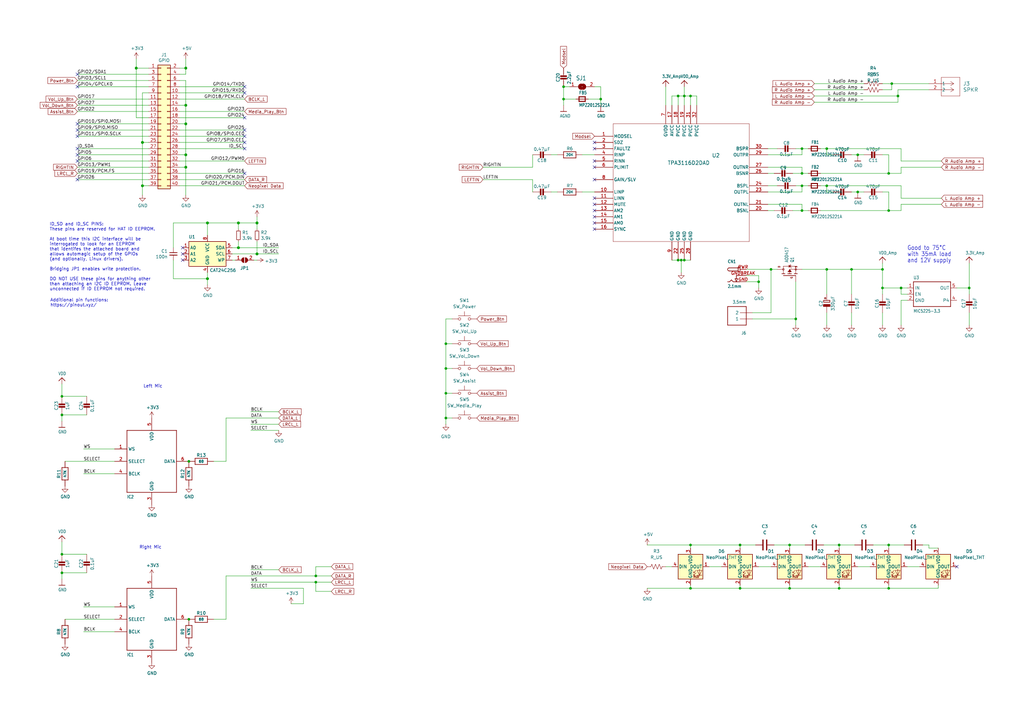
<source format=kicad_sch>
(kicad_sch (version 20231120) (generator "eeschema") (generator_version "8.0")
  (paper "A3")
  (title_block (date "15 nov 2012"))
  (junction (at 97.79 101.6) (diameter 1.016))
  (junction (at 364.49 223.52))
  (junction (at 76.2 27.94) (diameter 1.016))
  (junction (at 85.09 114.3) (diameter 1.016))
  (junction (at 129.54 238.76))
  (junction (at 25.4 234.95))
  (junction (at 76.2 43.18) (diameter 1.016))
  (junction (at 85.09 91.44) (diameter 1.016))
  (junction (at 25.4 170.18))
  (junction (at 77.47 189.23))
  (junction (at 182.88 140.97))
  (junction (at 311.15 115.57))
  (junction (at 326.39 130.81))
  (junction (at 351.79 63.5))
  (junction (at 364.49 241.3))
  (junction (at 344.17 223.52))
  (junction (at 105.41 91.44) (diameter 1.016))
  (junction (at 339.09 60.96))
  (junction (at 351.79 78.74))
  (junction (at 283.21 223.52))
  (junction (at 231.14 35.56))
  (junction (at 303.53 223.52))
  (junction (at 283.21 241.3))
  (junction (at 323.85 241.3))
  (junction (at 339.09 110.49))
  (junction (at 328.93 71.12))
  (junction (at 323.85 223.52))
  (junction (at 280.67 106.68))
  (junction (at 303.53 241.3))
  (junction (at 344.17 241.3))
  (junction (at 328.93 86.36))
  (junction (at 58.42 76.2) (diameter 1.016))
  (junction (at 278.13 106.68))
  (junction (at 369.57 118.11))
  (junction (at 58.42 58.42) (diameter 1.016))
  (junction (at 328.93 76.2))
  (junction (at 182.88 151.13))
  (junction (at 231.14 40.64))
  (junction (at 25.4 227.33))
  (junction (at 364.49 86.36))
  (junction (at 76.2 68.58) (diameter 1.016))
  (junction (at 368.3 39.37))
  (junction (at 182.88 171.45))
  (junction (at 77.47 254))
  (junction (at 182.88 161.29))
  (junction (at 283.21 39.37))
  (junction (at 365.76 34.29))
  (junction (at 316.23 110.49))
  (junction (at 76.2 63.5) (diameter 1.016))
  (junction (at 25.4 162.56))
  (junction (at 129.54 236.22))
  (junction (at 76.2 50.8) (diameter 1.016))
  (junction (at 328.93 60.96))
  (junction (at 349.25 110.49))
  (junction (at 105.41 104.14) (diameter 1.016))
  (junction (at 361.95 110.49))
  (junction (at 279.4 106.68))
  (junction (at 278.13 39.37))
  (junction (at 397.51 118.11))
  (junction (at 246.38 40.64))
  (junction (at 364.49 71.12))
  (junction (at 280.67 39.37))
  (junction (at 361.95 118.11))
  (junction (at 339.09 76.2))
  (junction (at 55.88 27.94) (diameter 1.016))
  (junction (at 97.79 91.44) (diameter 1.016))
  (no_connect (at 243.84 58.42))
  (no_connect (at 74.93 101.6))
  (no_connect (at 74.93 104.14))
  (no_connect (at 74.93 106.68))
  (no_connect (at 243.84 81.28))
  (no_connect (at 100.33 71.12))
  (no_connect (at 243.84 86.36))
  (no_connect (at 31.75 30.48))
  (no_connect (at 243.84 93.98))
  (no_connect (at 243.84 73.66))
  (no_connect (at 31.75 55.88))
  (no_connect (at 31.75 66.04))
  (no_connect (at 100.33 38.1))
  (no_connect (at 100.33 55.88))
  (no_connect (at 31.75 63.5))
  (no_connect (at 31.75 50.8))
  (no_connect (at 243.84 66.04))
  (no_connect (at 31.75 53.34))
  (no_connect (at 100.33 48.26))
  (no_connect (at 243.84 83.82))
  (no_connect (at 31.75 35.56))
  (no_connect (at 243.84 91.44))
  (no_connect (at 31.75 73.66))
  (no_connect (at 100.33 60.96))
  (no_connect (at 243.84 68.58))
  (no_connect (at 243.84 60.96))
  (no_connect (at 243.84 88.9))
  (no_connect (at 100.33 58.42))
  (no_connect (at 100.33 35.56))
  (no_connect (at 31.75 60.96))
  (no_connect (at 100.33 53.34))
  (no_connect (at 392.43 232.41))
  (wire (pts (xy 182.88 140.97) (xy 182.88 130.81)))
  (wire (pts (xy 361.95 128.27) (xy 361.95 133.35)) (stroke (width 0.1524)))
  (wire (pts (xy 58.42 58.42) (xy 58.42 76.2)))
  (wire (pts (xy 73.66 58.42) (xy 100.33 58.42)))
  (wire (pts (xy 369.57 76.2) (xy 369.57 81.28)) (stroke (width 0.1524)))
  (wire (pts (xy 369.57 123.19) (xy 369.57 133.35)) (stroke (width 0.1524)))
  (wire (pts (xy 25.4 170.18) (xy 35.56 170.18)) (stroke (width 0.1524)))
  (wire (pts (xy 369.57 68.58) (xy 386.08 68.58)) (stroke (width 0.1524)))
  (wire (pts (xy 316.23 110.49) (xy 316.23 128.27)) (stroke (width 0.1524)))
  (wire (pts (xy 331.47 232.41) (xy 336.55 232.41)))
  (wire (pts (xy 46.99 184.15) (xy 34.29 184.15)) (stroke (width 0.1524)))
  (wire (pts (xy 60.96 40.64) (xy 31.75 40.64)))
  (wire (pts (xy 328.93 76.2) (xy 328.93 78.74)) (stroke (width 0.1524)))
  (wire (pts (xy 85.09 91.44) (xy 97.79 91.44)))
  (wire (pts (xy 105.41 91.44) (xy 97.79 91.44)))
  (wire (pts (xy 105.41 93.98) (xy 105.41 91.44)))
  (wire (pts (xy 283.21 39.37) (xy 285.75 39.37)))
  (wire (pts (xy 314.96 83.82) (xy 328.93 83.82)))
  (wire (pts (xy 369.57 120.65) (xy 369.57 118.11)) (stroke (width 0.1524)))
  (wire (pts (xy 328.93 86.36) (xy 325.12 86.36)) (stroke (width 0.1524)))
  (wire (pts (xy 231.14 40.64) (xy 236.22 40.64)) (stroke (width 0.1524)))
  (wire (pts (xy 76.2 33.02) (xy 76.2 43.18)))
  (wire (pts (xy 76.2 50.8) (xy 73.66 50.8)))
  (wire (pts (xy 306.07 113.03) (xy 311.15 113.03)) (stroke (width 0.1524)))
  (wire (pts (xy 339.09 76.2) (xy 339.09 78.74)) (stroke (width 0.1524)))
  (wire (pts (xy 275.59 106.68) (xy 278.13 106.68)))
  (wire (pts (xy 114.3 168.91) (xy 102.87 168.91)) (stroke (width 0.1524)))
  (wire (pts (xy 76.2 63.5) (xy 76.2 68.58)))
  (wire (pts (xy 364.49 78.74) (xy 361.95 78.74)) (stroke (width 0.1524)))
  (wire (pts (xy 46.99 254) (xy 26.67 254)) (stroke (width 0.1524)))
  (wire (pts (xy 311.15 232.41) (xy 316.23 232.41)))
  (wire (pts (xy 339.09 63.5) (xy 341.63 63.5)) (stroke (width 0.1524)))
  (wire (pts (xy 25.4 170.18) (xy 25.4 172.72)) (stroke (width 0.1524)))
  (wire (pts (xy 364.49 86.36) (xy 369.57 86.36)) (stroke (width 0.1524)))
  (wire (pts (xy 283.21 241.3) (xy 303.53 241.3)))
  (wire (pts (xy 364.49 86.36) (xy 364.49 78.74)) (stroke (width 0.1524)))
  (wire (pts (xy 336.55 76.2) (xy 339.09 76.2)) (stroke (width 0.1524)))
  (wire (pts (xy 102.87 238.76) (xy 129.54 238.76)) (stroke (width 0.1524)))
  (wire (pts (xy 314.96 68.58) (xy 328.93 68.58)))
  (wire (pts (xy 323.85 241.3) (xy 323.85 240.03)))
  (wire (pts (xy 135.89 232.41) (xy 129.54 232.41)))
  (wire (pts (xy 344.17 241.3) (xy 344.17 240.03)))
  (wire (pts (xy 76.2 50.8) (xy 76.2 63.5)))
  (wire (pts (xy 337.82 223.52) (xy 344.17 223.52)))
  (wire (pts (xy 334.01 39.37) (xy 368.3 39.37)))
  (wire (pts (xy 365.76 34.29) (xy 381 34.29)))
  (wire (pts (xy 372.11 123.19) (xy 369.57 123.19)) (stroke (width 0.1524)))
  (wire (pts (xy 73.66 35.56) (xy 100.33 35.56)))
  (wire (pts (xy 372.11 232.41) (xy 377.19 232.41)))
  (wire (pts (xy 58.42 38.1) (xy 58.42 58.42)))
  (wire (pts (xy 95.25 101.6) (xy 97.79 101.6)))
  (wire (pts (xy 97.79 101.6) (xy 114.3 101.6)))
  (wire (pts (xy 124.46 241.3) (xy 102.87 241.3)) (stroke (width 0.1524)))
  (wire (pts (xy 316.23 110.49) (xy 318.77 110.49)) (stroke (width 0.1524)))
  (wire (pts (xy 311.15 113.03) (xy 311.15 115.57)) (stroke (width 0.1524)))
  (wire (pts (xy 58.42 38.1) (xy 60.96 38.1)))
  (wire (pts (xy 339.09 76.2) (xy 369.57 76.2)) (stroke (width 0.1524)))
  (wire (pts (xy 95.25 106.68) (xy 96.52 106.68)))
  (wire (pts (xy 104.14 106.68) (xy 105.41 106.68)))
  (wire (pts (xy 364.49 63.5) (xy 361.95 63.5)) (stroke (width 0.1524)))
  (wire (pts (xy 73.66 55.88) (xy 100.33 55.88)))
  (wire (pts (xy 92.71 189.23) (xy 92.71 171.45)) (stroke (width 0.1524)))
  (wire (pts (xy 323.85 241.3) (xy 344.17 241.3)))
  (wire (pts (xy 60.96 60.96) (xy 31.75 60.96)))
  (wire (pts (xy 364.49 71.12) (xy 369.57 71.12)) (stroke (width 0.1524)))
  (wire (pts (xy 365.76 36.83) (xy 365.76 34.29)))
  (wire (pts (xy 306.07 110.49) (xy 316.23 110.49)) (stroke (width 0.1524)))
  (wire (pts (xy 317.5 223.52) (xy 323.85 223.52)))
  (wire (pts (xy 31.75 63.5) (xy 60.96 63.5)))
  (wire (pts (xy 308.61 128.27) (xy 316.23 128.27)) (stroke (width 0.1524)))
  (wire (pts (xy 46.99 189.23) (xy 26.67 189.23)) (stroke (width 0.1524)))
  (wire (pts (xy 129.54 236.22) (xy 92.71 236.22)) (stroke (width 0.1524)))
  (wire (pts (xy 326.39 130.81) (xy 326.39 133.35)) (stroke (width 0.1524)))
  (wire (pts (xy 129.54 238.76) (xy 135.89 238.76)) (stroke (width 0.1524)))
  (wire (pts (xy 290.83 232.41) (xy 295.91 232.41)))
  (wire (pts (xy 381 36.83) (xy 368.3 36.83)))
  (wire (pts (xy 339.09 78.74) (xy 341.63 78.74)) (stroke (width 0.1524)))
  (wire (pts (xy 369.57 81.28) (xy 386.08 81.28)) (stroke (width 0.1524)))
  (wire (pts (xy 361.95 118.11) (xy 369.57 118.11)) (stroke (width 0.1524)))
  (wire (pts (xy 58.42 58.42) (xy 60.96 58.42)))
  (wire (pts (xy 105.41 88.9) (xy 105.41 91.44)))
  (wire (pts (xy 283.21 241.3) (xy 283.21 240.03)))
  (wire (pts (xy 328.93 71.12) (xy 325.12 71.12)) (stroke (width 0.1524)))
  (wire (pts (xy 102.87 173.99) (xy 114.3 173.99)) (stroke (width 0.1524)))
  (wire (pts (xy 397.51 128.27) (xy 397.51 133.35)) (stroke (width 0.1524)))
  (wire (pts (xy 344.17 241.3) (xy 364.49 241.3)))
  (wire (pts (xy 328.93 110.49) (xy 339.09 110.49)) (stroke (width 0.1524)))
  (wire (pts (xy 368.3 41.91) (xy 368.3 39.37)))
  (wire (pts (xy 344.17 224.79) (xy 344.17 223.52)))
  (wire (pts (xy 246.38 35.56) (xy 246.38 40.64)) (stroke (width 0.1524)))
  (wire (pts (xy 285.75 39.37) (xy 285.75 43.18)))
  (wire (pts (xy 73.66 45.72) (xy 100.33 45.72)))
  (wire (pts (xy 85.09 91.44) (xy 85.09 96.52)))
  (wire (pts (xy 311.15 115.57) (xy 311.15 118.11)) (stroke (width 0.1524)))
  (wire (pts (xy 369.57 60.96) (xy 369.57 66.04)) (stroke (width 0.1524)))
  (wire (pts (xy 275.59 43.18) (xy 275.59 39.37)))
  (wire (pts (xy 369.57 83.82) (xy 386.08 83.82)) (stroke (width 0.1524)))
  (wire (pts (xy 328.93 83.82) (xy 328.93 86.36)))
  (wire (pts (xy 364.49 223.52) (xy 370.84 223.52)))
  (wire (pts (xy 336.55 60.96) (xy 339.09 60.96)) (stroke (width 0.1524)))
  (wire (pts (xy 233.68 35.56) (xy 231.14 35.56)) (stroke (width 0.1524)))
  (wire (pts (xy 73.66 76.2) (xy 100.33 76.2)))
  (wire (pts (xy 58.42 76.2) (xy 58.42 80.01)))
  (wire (pts (xy 31.75 43.18) (xy 60.96 43.18)))
  (wire (pts (xy 105.41 99.06) (xy 105.41 104.14)))
  (wire (pts (xy 339.09 110.49) (xy 339.09 120.65)) (stroke (width 0.1524)))
  (wire (pts (xy 361.95 34.29) (xy 365.76 34.29)))
  (wire (pts (xy 55.88 24.13) (xy 55.88 27.94)))
  (wire (pts (xy 279.4 106.68) (xy 278.13 106.68)))
  (wire (pts (xy 198.12 68.58) (xy 218.44 68.58)))
  (wire (pts (xy 381 224.79) (xy 384.81 224.79)))
  (wire (pts (xy 364.49 241.3) (xy 384.81 241.3)))
  (wire (pts (xy 283.21 106.68) (xy 280.67 106.68)))
  (wire (pts (xy 358.14 223.52) (xy 364.49 223.52)))
  (wire (pts (xy 182.88 151.13) (xy 182.88 140.97)))
  (wire (pts (xy 334.01 41.91) (xy 368.3 41.91)))
  (wire (pts (xy 278.13 39.37) (xy 278.13 43.18)))
  (wire (pts (xy 76.2 68.58) (xy 73.66 68.58)))
  (wire (pts (xy 369.57 66.04) (xy 386.08 66.04)) (stroke (width 0.1524)))
  (wire (pts (xy 344.17 223.52) (xy 350.52 223.52)))
  (wire (pts (xy 369.57 86.36) (xy 369.57 83.82)) (stroke (width 0.1524)))
  (wire (pts (xy 31.75 33.02) (xy 60.96 33.02)))
  (wire (pts (xy 334.01 34.29) (xy 354.33 34.29)))
  (wire (pts (xy 273.05 232.41) (xy 275.59 232.41)))
  (wire (pts (xy 114.3 233.68) (xy 102.87 233.68)) (stroke (width 0.1524)))
  (wire (pts (xy 31.75 55.88) (xy 60.96 55.88)))
  (wire (pts (xy 280.67 39.37) (xy 283.21 39.37)))
  (wire (pts (xy 35.56 162.56) (xy 25.4 162.56)) (stroke (width 0.1524)))
  (wire (pts (xy 34.29 259.08) (xy 46.99 259.08)) (stroke (width 0.1524)))
  (wire (pts (xy 55.88 48.26) (xy 60.96 48.26)))
  (wire (pts (xy 283.21 39.37) (xy 283.21 43.18)))
  (wire (pts (xy 265.43 223.52) (xy 283.21 223.52)))
  (wire (pts (xy 60.96 30.48) (xy 31.75 30.48)))
  (wire (pts (xy 87.63 254) (xy 92.71 254)) (stroke (width 0.1524)))
  (wire (pts (xy 119.38 247.65) (xy 124.46 247.65)) (stroke (width 0.1524)))
  (wire (pts (xy 280.67 39.37) (xy 280.67 35.56)))
  (wire (pts (xy 114.3 171.45) (xy 92.71 171.45)) (stroke (width 0.1524)))
  (wire (pts (xy 76.2 27.94) (xy 76.2 30.48)))
  (wire (pts (xy 364.49 71.12) (xy 364.49 63.5)) (stroke (width 0.1524)))
  (wire (pts (xy 361.95 36.83) (xy 365.76 36.83)))
  (wire (pts (xy 243.84 35.56) (xy 246.38 35.56)) (stroke (width 0.1524)))
  (wire (pts (xy 328.93 60.96) (xy 331.47 60.96)) (stroke (width 0.1524)))
  (wire (pts (xy 76.2 43.18) (xy 76.2 50.8)))
  (wire (pts (xy 46.99 248.92) (xy 34.29 248.92)) (stroke (width 0.1524)))
  (wire (pts (xy 275.59 39.37) (xy 278.13 39.37)))
  (wire (pts (xy 369.57 71.12) (xy 369.57 68.58)) (stroke (width 0.1524)))
  (wire (pts (xy 238.76 78.74) (xy 243.84 78.74)) (stroke (width 0.1524)))
  (wire (pts (xy 73.66 40.64) (xy 100.33 40.64)))
  (wire (pts (xy 334.01 36.83) (xy 354.33 36.83)))
  (wire (pts (xy 76.2 43.18) (xy 73.66 43.18)))
  (wire (pts (xy 328.93 60.96) (xy 328.93 63.5)) (stroke (width 0.1524)))
  (wire (pts (xy 135.89 242.57) (xy 129.54 242.57)))
  (wire (pts (xy 323.85 224.79) (xy 323.85 223.52)))
  (wire (pts (xy 76.2 24.13) (xy 76.2 27.94)))
  (wire (pts (xy 339.09 60.96) (xy 369.57 60.96)) (stroke (width 0.1524)))
  (wire (pts (xy 31.75 35.56) (xy 60.96 35.56)))
  (wire (pts (xy 97.79 91.44) (xy 97.79 93.98)))
  (wire (pts (xy 182.88 171.45) (xy 182.88 161.29)))
  (wire (pts (xy 381 223.52) (xy 378.46 223.52)))
  (wire (pts (xy 76.2 27.94) (xy 73.66 27.94)))
  (wire (pts (xy 55.88 27.94) (xy 55.88 48.26)))
  (wire (pts (xy 283.21 223.52) (xy 303.53 223.52)))
  (wire (pts (xy 182.88 151.13) (xy 185.42 151.13)))
  (wire (pts (xy 25.4 234.95) (xy 25.4 237.49)) (stroke (width 0.1524)))
  (wire (pts (xy 73.66 48.26) (xy 100.33 48.26)))
  (wire (pts (xy 73.66 38.1) (xy 100.33 38.1)))
  (wire (pts (xy 182.88 161.29) (xy 182.88 151.13)))
  (wire (pts (xy 283.21 224.79) (xy 283.21 223.52)))
  (wire (pts (xy 231.14 40.64) (xy 231.14 43.18)) (stroke (width 0.1524)))
  (wire (pts (xy 97.79 99.06) (xy 97.79 101.6)))
  (wire (pts (xy 95.25 104.14) (xy 105.41 104.14)))
  (wire (pts (xy 105.41 104.14) (xy 114.3 104.14)))
  (wire (pts (xy 384.81 241.3) (xy 384.81 240.03)))
  (wire (pts (xy 349.25 110.49) (xy 349.25 120.65)) (stroke (width 0.1524)))
  (wire (pts (xy 361.95 107.95) (xy 361.95 110.49)) (stroke (width 0.1524)))
  (wire (pts (xy 182.88 140.97) (xy 185.42 140.97)))
  (wire (pts (xy 31.75 45.72) (xy 60.96 45.72)))
  (wire (pts (xy 92.71 254) (xy 92.71 236.22)) (stroke (width 0.1524)))
  (wire (pts (xy 129.54 242.57) (xy 129.54 238.76)))
  (wire (pts (xy 31.75 53.34) (xy 60.96 53.34)))
  (wire (pts (xy 336.55 71.12) (xy 364.49 71.12)) (stroke (width 0.1524)))
  (wire (pts (xy 323.85 223.52) (xy 330.2 223.52)))
  (wire (pts (xy 339.09 60.96) (xy 339.09 63.5)) (stroke (width 0.1524)))
  (wire (pts (xy 349.25 78.74) (xy 351.79 78.74)) (stroke (width 0.1524)))
  (wire (pts (xy 349.25 128.27) (xy 349.25 133.35)) (stroke (width 0.1524)))
  (wire (pts (xy 336.55 86.36) (xy 364.49 86.36)) (stroke (width 0.1524)))
  (wire (pts (xy 339.09 110.49) (xy 349.25 110.49)) (stroke (width 0.1524)))
  (wire (pts (xy 25.4 234.95) (xy 35.56 234.95)) (stroke (width 0.1524)))
  (wire (pts (xy 397.51 118.11) (xy 397.51 120.65)) (stroke (width 0.1524)))
  (wire (pts (xy 31.75 66.04) (xy 60.96 66.04)))
  (wire (pts (xy 392.43 118.11) (xy 397.51 118.11)) (stroke (width 0.1524)))
  (wire (pts (xy 314.96 76.2) (xy 318.77 76.2)))
  (wire (pts (xy 76.2 30.48) (xy 73.66 30.48)))
  (wire (pts (xy 185.42 171.45) (xy 182.88 171.45)))
  (wire (pts (xy 317.5 86.36) (xy 314.96 86.36)))
  (wire (pts (xy 228.6 63.5) (xy 226.06 63.5)) (stroke (width 0.1524)))
  (wire (pts (xy 397.51 118.11) (xy 397.51 107.95)) (stroke (width 0.1524)))
  (wire (pts (xy 303.53 241.3) (xy 303.53 240.03)))
  (wire (pts (xy 361.95 110.49) (xy 361.95 118.11)) (stroke (width 0.1524)))
  (wire (pts (xy 349.25 110.49) (xy 361.95 110.49)) (stroke (width 0.1524)))
  (wire (pts (xy 218.44 73.66) (xy 218.44 78.74)))
  (wire (pts (xy 31.75 71.12) (xy 60.96 71.12)))
  (wire (pts (xy 25.4 157.48) (xy 25.4 162.56)) (stroke (width 0.1524)))
  (wire (pts (xy 73.66 71.12) (xy 100.33 71.12)))
  (wire (pts (xy 351.79 232.41) (xy 356.87 232.41)))
  (wire (pts (xy 351.79 63.5) (xy 354.33 63.5)) (stroke (width 0.1524)))
  (wire (pts (xy 87.63 189.23) (xy 92.71 189.23)) (stroke (width 0.1524)))
  (wire (pts (xy 34.29 194.31) (xy 46.99 194.31)) (stroke (width 0.1524)))
  (wire (pts (xy 73.66 66.04) (xy 100.33 66.04)))
  (wire (pts (xy 368.3 36.83) (xy 368.3 39.37)))
  (wire (pts (xy 58.42 76.2) (xy 60.96 76.2)))
  (wire (pts (xy 278.13 39.37) (xy 280.67 39.37)))
  (wire (pts (xy 372.11 120.65) (xy 369.57 120.65)) (stroke (width 0.1524)))
  (wire (pts (xy 73.66 73.66) (xy 100.33 73.66)))
  (wire (pts (xy 317.5 71.12) (xy 314.96 71.12)))
  (wire (pts (xy 228.6 78.74) (xy 226.06 78.74)) (stroke (width 0.1524)))
  (wire (pts (xy 76.2 33.02) (xy 73.66 33.02)))
  (wire (pts (xy 314.96 63.5) (xy 328.93 63.5)))
  (wire (pts (xy 241.3 40.64) (xy 246.38 40.64)) (stroke (width 0.1524)))
  (wire (pts (xy 31.75 73.66) (xy 60.96 73.66)))
  (wire (pts (xy 328.93 76.2) (xy 331.47 76.2)) (stroke (width 0.1524)))
  (wire (pts (xy 265.43 241.3) (xy 283.21 241.3)))
  (wire (pts (xy 25.4 222.25) (xy 25.4 227.33)) (stroke (width 0.1524)))
  (wire (pts (xy 339.09 128.27) (xy 339.09 133.35)) (stroke (width 0.1524)))
  (wire (pts (xy 279.4 106.68) (xy 279.4 111.76)))
  (wire (pts (xy 246.38 40.64) (xy 246.38 43.18)) (stroke (width 0.1524)))
  (wire (pts (xy 231.14 35.56) (xy 231.14 40.64)) (stroke (width 0.1524)))
  (wire (pts (xy 361.95 118.11) (xy 361.95 120.65)) (stroke (width 0.1524)))
  (wire (pts (xy 198.12 73.66) (xy 218.44 73.66)))
  (wire (pts (xy 328.93 86.36) (xy 331.47 86.36)) (stroke (width 0.1524)))
  (wire (pts (xy 182.88 130.81) (xy 185.42 130.81)))
  (wire (pts (xy 328.93 68.58) (xy 328.93 71.12)))
  (wire (pts (xy 306.07 115.57) (xy 311.15 115.57)) (stroke (width 0.1524)))
  (wire (pts (xy 71.12 91.44) (xy 71.12 101.6)))
  (wire (pts (xy 71.12 106.68) (xy 71.12 114.3)))
  (wire (pts (xy 71.12 114.3) (xy 85.09 114.3)))
  (wire (pts (xy 85.09 91.44) (xy 71.12 91.44)))
  (wire (pts (xy 328.93 71.12) (xy 331.47 71.12)) (stroke (width 0.1524)))
  (wire (pts (xy 182.88 161.29) (xy 185.42 161.29)))
  (wire (pts (xy 85.09 111.76) (xy 85.09 114.3)))
  (wire (pts (xy 85.09 114.3) (xy 85.09 116.84)))
  (wire (pts (xy 326.39 130.81) (xy 326.39 115.57)) (stroke (width 0.1524)))
  (wire (pts (xy 303.53 223.52) (xy 309.88 223.52)))
  (wire (pts (xy 364.49 241.3) (xy 364.49 240.03)))
  (wire (pts (xy 328.93 76.2) (xy 326.39 76.2)) (stroke (width 0.1524)))
  (wire (pts (xy 314.96 60.96) (xy 318.77 60.96)))
  (wire (pts (xy 328.93 60.96) (xy 326.39 60.96)) (stroke (width 0.1524)))
  (wire (pts (xy 76.2 68.58) (xy 76.2 80.01)))
  (wire (pts (xy 73.66 53.34) (xy 100.33 53.34)))
  (wire (pts (xy 314.96 78.74) (xy 328.93 78.74)))
  (wire (pts (xy 60.96 68.58) (xy 31.75 68.58)))
  (wire (pts (xy 280.67 39.37) (xy 280.67 43.18)))
  (wire (pts (xy 124.46 247.65) (xy 124.46 241.3)) (stroke (width 0.1524)))
  (wire (pts (xy 129.54 232.41) (xy 129.54 236.22)))
  (wire (pts (xy 381 224.79) (xy 381 223.52)))
  (wire (pts (xy 76.2 63.5) (xy 73.66 63.5)))
  (wire (pts (xy 351.79 78.74) (xy 354.33 78.74)) (stroke (width 0.1524)))
  (wire (pts (xy 308.61 130.81) (xy 326.39 130.81)) (stroke (width 0.1524)))
  (wire (pts (xy 238.76 63.5) (xy 243.84 63.5)) (stroke (width 0.1524)))
  (wire (pts (xy 273.05 35.56) (xy 273.05 43.18)))
  (wire (pts (xy 55.88 27.94) (xy 60.96 27.94)))
  (wire (pts (xy 218.44 68.58) (xy 218.44 63.5)))
  (wire (pts (xy 303.53 224.79) (xy 303.53 223.52)))
  (wire (pts (xy 303.53 241.3) (xy 323.85 241.3)))
  (wire (pts (xy 35.56 227.33) (xy 25.4 227.33)) (stroke (width 0.1524)))
  (wire (pts (xy 369.57 118.11) (xy 372.11 118.11)) (stroke (width 0.1524)))
  (wire (pts (xy 349.25 63.5) (xy 351.79 63.5)) (stroke (width 0.1524)))
  (wire (pts (xy 280.67 106.68) (xy 279.4 106.68)))
  (wire (pts (xy 60.96 50.8) (xy 31.75 50.8)))
  (wire (pts (xy 73.66 60.96) (xy 100.33 60.96)))
  (wire (pts (xy 135.89 236.22) (xy 129.54 236.22)) (stroke (width 0.1524)))
  (wire (pts (xy 114.3 176.53) (xy 102.87 176.53)) (stroke (width 0.1524)))
  (wire (pts (xy 182.88 171.45) (xy 182.88 173.99)))
  (wire (pts (xy 364.49 224.79) (xy 364.49 223.52)))
  (text "Good to 75°C" (at 372.11 102.87 0) (effects (font (size 1.778 1.5113)) (justify left bottom)))
  (text "with 35mA load" (at 372.11 105.41 0) (effects (font (size 1.778 1.5113)) (justify left bottom)))
  (text "Additional pin functions:\nhttps://pinout.xyz/" (at 20.574 125.984 0) (effects (font (size 1.27 1.27)) (justify left bottom)))
  (text "ID_SD and ID_SC PINS:\nThese pins are reserved for HAT ID EEPROM.\n\nAt boot time this I2C interface will be\ninterrogated to look for an EEPROM\nthat identifes the attached board and\nallows automagic setup of the GPIOs\n(and optionally, Linux drivers).\n\nBridging JP1 enables write protection.\n\nDO NOT USE these pins for anything other\nthan attaching an I2C ID EEPROM. Leave\nunconnected if ID EEPROM not required." (at 20.32 119.38 0) (effects (font (size 1.27 1.27)) (justify left bottom)))
  (text "Left Mic" (at 62.738 158.496 0) (effects (font (size 1.27 1.27))))
  (text "and 12V supply" (at 372.11 107.95 0) (effects (font (size 1.778 1.5113)) (justify left bottom)))
  (text "Right Mic" (at 61.722 224.536 0) (effects (font (size 1.27 1.27))))
  (label "ID_SDA" (at 31.75 60.96 0))
  (label "GPIO6" (at 31.75 66.04 0))
  (label "SELECT" (at 102.87 176.53 0) (effects (font (size 1.2446 1.2446))))
  (label "ID_SDA" (at 114.3 101.6 180))
  (label "SELECT" (at 34.29 254 0) (effects (font (size 1.2446 1.2446))))
  (label "ID_SCL" (at 100.33 60.96 180))
  (label "GPIO5" (at 31.75 63.5 0))
  (label "GPIO21{slash}PCM.DOUT" (at 100.33 76.2 180))
  (label "BCLK" (at 102.87 233.68 0) (effects (font (size 1.2446 1.2446))))
  (label "GPIO19{slash}PCM.FS" (at 31.75 71.12 0))
  (label "GPIO10{slash}SPI0.MOSI" (at 31.75 50.8 0))
  (label "GPIO9{slash}SPI0.MISO" (at 31.75 53.34 0))
  (label "L Audio Amp -" (at 354.33 39.37 180))
  (label "GPIO23" (at 100.33 45.72 180))
  (label "GPIO4{slash}GPCLK0" (at 31.75 35.56 0))
  (label "GPIO27" (at 31.75 43.18 0))
  (label "GPIO26" (at 31.75 73.66 0))
  (label "RIGHTIN" (at 198.12 68.58 0) (effects (font (size 1.2446 1.2446))))
  (label "BCLK" (at 34.29 259.08 0) (effects (font (size 1.2446 1.2446))))
  (label "GPIO14{slash}TXD0" (at 100.33 35.56 180))
  (label "GPIO8{slash}SPI0.CE0" (at 100.33 55.88 180))
  (label "GPIO15{slash}RXD0" (at 100.33 38.1 180))
  (label "GPIO16" (at 100.33 71.12 180))
  (label "DATA" (at 102.87 171.45 0) (effects (font (size 1.2446 1.2446))))
  (label "DATA" (at 102.87 236.22 0) (effects (font (size 1.2446 1.2446))))
  (label "SELECT" (at 102.87 241.3 0) (effects (font (size 1.2446 1.2446))))
  (label "GPIO22" (at 31.75 45.72 0))
  (label "WS" (at 102.87 173.99 0) (effects (font (size 1.2446 1.2446))))
  (label "L Audio Amp +" (at 354.33 34.29 180))
  (label "BCLK" (at 34.29 194.31 0) (effects (font (size 1.2446 1.2446))))
  (label "GPIO2{slash}SDA1" (at 31.75 30.48 0))
  (label "GPIO17" (at 31.75 40.64 0))
  (label "BCLK" (at 102.87 168.91 0) (effects (font (size 1.2446 1.2446))))
  (label "GPIO25" (at 100.33 53.34 180))
  (label "R Audio Amp +" (at 354.33 36.83 180))
  (label "GPIO3{slash}SCL1" (at 31.75 33.02 0))
  (label "SELECT" (at 34.29 189.23 0) (effects (font (size 1.2446 1.2446))))
  (label "GPIO18{slash}PCM.CLK" (at 100.33 40.64 180))
  (label "LEFTIN" (at 198.12 73.66 0) (effects (font (size 1.2446 1.2446))))
  (label "GPIO12{slash}PWM0" (at 100.33 66.04 180))
  (label "WS" (at 34.29 248.92 0) (effects (font (size 1.2446 1.2446))))
  (label "GPIO13{slash}PWM1" (at 31.75 68.58 0))
  (label "GPIO20{slash}PCM.DIN" (at 100.33 73.66 180))
  (label "GPIO24" (at 100.33 48.26 180))
  (label "GPIO7{slash}SPI0.CE1" (at 100.33 58.42 180))
  (label "ID_SCL" (at 114.3 104.14 180))
  (label "WS" (at 34.29 184.15 0) (effects (font (size 1.2446 1.2446))))
  (label "WS" (at 102.87 238.76 0) (effects (font (size 1.2446 1.2446))))
  (label "R Audio Amp -" (at 354.33 41.91 180))
  (label "GPIO11{slash}SPI0.SCLK" (at 31.75 55.88 0))
  (global_label "Modsel" (shape input) (at 231.14 27.94 90) (property "Intersheetrefs" "${INTERSHEET_REFS}" (effects (hide yes))))
  (global_label "Assist_Btn" (shape input) (at 31.75 45.72 180) (property "Intersheetrefs" "${INTERSHEET_REFS}" (effects (hide yes))))
  (global_label "BCLK_L" (shape input) (at 114.3 233.68 0) (property "Intersheetrefs" "${INTERSHEET_REFS}" (effects (hide yes))))
  (global_label "R Audio Amp +" (shape input) (at 334.01 36.83 180) (property "Intersheetrefs" "${INTERSHEET_REFS}" (effects (hide yes))))
  (global_label "Media_Play_Btn" (shape input) (at 100.33 45.72 0) (property "Intersheetrefs" "${INTERSHEET_REFS}" (effects (hide yes))))
  (global_label "RIGHTIN" (shape input) (at 198.12 68.58 180) (property "Intersheetrefs" "${INTERSHEET_REFS}" (effects (hide yes))))
  (global_label "Power_Btn" (shape input) (at 31.75 33.02 180) (property "Intersheetrefs" "${INTERSHEET_REFS}" (effects (hide yes))))
  (global_label "Vol_Up_Btn" (shape input) (at 195.58 140.97 0) (property "Intersheetrefs" "${INTERSHEET_REFS}" (effects (hide yes))))
  (global_label "R Audio Amp -" (shape input) (at 334.01 41.91 180) (property "Intersheetrefs" "${INTERSHEET_REFS}" (effects (hide yes))))
  (global_label "LRCL_L" (shape input) (at 114.3 173.99 0) (property "Intersheetrefs" "${INTERSHEET_REFS}" (effects (hide yes))))
  (global_label "L Audio Amp -" (shape input) (at 386.08 83.82 0) (property "Intersheetrefs" "${INTERSHEET_REFS}" (effects (hide yes))))
  (global_label "L Audio Amp -" (shape input) (at 334.01 39.37 180) (property "Intersheetrefs" "${INTERSHEET_REFS}" (effects (hide yes))))
  (global_label "LEFTIN" (shape input) (at 100.33 66.04 0) (property "Intersheetrefs" "${INTERSHEET_REFS}" (effects (hide yes))))
  (global_label "LRCL_L" (shape input) (at 135.89 238.76 0) (property "Intersheetrefs" "${INTERSHEET_REFS}" (effects (hide yes))))
  (global_label "DATA_R" (shape input) (at 100.33 73.66 0) (property "Intersheetrefs" "${INTERSHEET_REFS}" (effects (hide yes))))
  (global_label "LEFTIN" (shape input) (at 198.12 73.66 180) (property "Intersheetrefs" "${INTERSHEET_REFS}" (effects (hide yes))))
  (global_label "DATA_L" (shape input) (at 114.3 171.45 0) (property "Intersheetrefs" "${INTERSHEET_REFS}" (effects (hide yes))))
  (global_label "R Audio Amp -" (shape input) (at 386.08 68.58 0) (property "Intersheetrefs" "${INTERSHEET_REFS}" (effects (hide yes))))
  (global_label "Assist_Btn" (shape input) (at 195.58 161.29 0) (property "Intersheetrefs" "${INTERSHEET_REFS}" (effects (hide yes))))
  (global_label "RIGHTIN" (shape input) (at 31.75 68.58 180) (property "Intersheetrefs" "${INTERSHEET_REFS}" (effects (hide yes))))
  (global_label "DATA_L" (shape input) (at 135.89 232.41 0) (property "Intersheetrefs" "${INTERSHEET_REFS}" (effects (hide yes))))
  (global_label "Vol_Down_Btn" (shape input) (at 31.75 43.18 180) (property "Intersheetrefs" "${INTERSHEET_REFS}" (effects (hide yes))))
  (global_label "BCLK_L" (shape input) (at 100.33 40.64 0) (property "Intersheetrefs" "${INTERSHEET_REFS}" (effects (hide yes))))
  (global_label "LRCL_R" (shape input) (at 135.89 242.57 0) (property "Intersheetrefs" "${INTERSHEET_REFS}" (effects (hide yes))))
  (global_label "BCLK_L" (shape input) (at 114.3 168.91 0) (property "Intersheetrefs" "${INTERSHEET_REFS}" (effects (hide yes))))
  (global_label "L Audio Amp +" (shape input) (at 386.08 81.28 0) (property "Intersheetrefs" "${INTERSHEET_REFS}" (effects (hide yes))))
  (global_label "Power_Btn" (shape input) (at 195.58 130.81 0) (property "Intersheetrefs" "${INTERSHEET_REFS}" (effects (hide yes))))
  (global_label "Vol_Up_Btn" (shape input) (at 31.75 40.64 180) (property "Intersheetrefs" "${INTERSHEET_REFS}" (effects (hide yes))))
  (global_label "Neopixel Data" (shape input) (at 265.43 232.41 180) (property "Intersheetrefs" "${INTERSHEET_REFS}" (effects (hide yes))))
  (global_label "Media_Play_Btn" (shape input) (at 195.58 171.45 0) (property "Intersheetrefs" "${INTERSHEET_REFS}" (effects (hide yes))))
  (global_label "Neopixel Data" (shape input) (at 100.33 76.2 0) (property "Intersheetrefs" "${INTERSHEET_REFS}" (effects (hide yes))))
  (global_label "Vol_Down_Btn" (shape input) (at 195.58 151.13 0) (property "Intersheetrefs" "${INTERSHEET_REFS}" (effects (hide yes))))
  (global_label "LRCL_R" (shape input) (at 31.75 71.12 180) (property "Intersheetrefs" "${INTERSHEET_REFS}" (effects (hide yes))))
  (global_label "Modsel" (shape input) (at 243.84 55.88 180) (property "Intersheetrefs" "${INTERSHEET_REFS}" (effects (hide yes))))
  (global_label "R Audio Amp +" (shape input) (at 386.08 66.04 0) (property "Intersheetrefs" "${INTERSHEET_REFS}" (effects (hide yes))))
  (global_label "DATA_R" (shape input) (at 135.89 236.22 0) (property "Intersheetrefs" "${INTERSHEET_REFS}" (effects (hide yes))))
  (global_label "L Audio Amp +" (shape input) (at 334.01 34.29 180) (property "Intersheetrefs" "${INTERSHEET_REFS}" (effects (hide yes))))
  (symbol (lib_id "power:+5V") (at 76.2 24.13 0) (unit 1)
    (property "Reference" "#PWR01" (effects (hide yes)))
    (property "Value" "+5V" (at 76.5683 19.8056 0))
  )
  (symbol (lib_id "power:+3.3V") (at 55.88 24.13 0) (unit 1)
    (property "Reference" "#PWR04" (effects (hide yes)))
    (property "Value" "+3V3" (at 56.2483 19.8056 0))
  )
  (symbol (lib_id "power:GND") (at 76.2 80.01 0) (unit 1)
    (property "Reference" "#PWR02" (effects (hide yes)))
    (property "Value" "GND" (at 76.3143 84.3344 0))
  )
  (symbol (lib_id "power:GND") (at 58.42 80.01 0) (unit 1)
    (property "Reference" "#PWR03" (effects (hide yes)))
    (property "Value" "GND" (at 58.5343 84.3344 0))
  )
  (symbol (lib_id "Connector_Generic:Conn_02x20_Odd_Even") (at 66.04 50.8 0) (unit 1)
    (property "Reference" "J1" (at 67.31 22.4598 0))
    (property "Value" "GPIO" (at 67.31 24.765 0))
    (property "Footprint" "Connector_PinSocket_2.54mm:PinSocket_2x20_P2.54mm_Vertical" (effects (hide yes)))
  )
  (symbol (lib_id "Adafruit MAX9744-eagle-import:CAP_CERAMIC0805-NOOUTLINE") (at 321.31 60.96 270) (unit 1)
    (property "Reference" "C8" (at 322.56 58.67 90))
    (property "Value" "0.1µF" (at 322.56 63.26 90))
    (property "Footprint" "Adafruit MAX9744:0805-NO" (effects (hide yes)))
  )
  (symbol (lib_id "power:+5V") (at 265.43 223.52 0) (unit 1)
    (property "Reference" "#PWR07" (effects (hide yes)))
    (property "Value" "+5V" (at 265.7983 219.1956 0))
  )
  (symbol (lib_id "Device:C_Small") (at 71.12 104.14 0) (unit 1)
    (property "Reference" "C1" (at 68.7958 102.9906 0) (effects (justify right)))
    (property "Value" "100n" (at 68.7958 105.2893 0) (effects (justify right)))
  )
  (symbol (lib_id "Device:C") (at 374.65 223.52 270) (unit 1)
    (property "Reference" "C6" (at 374.65 215.9 90))
    (property "Value" "C" (at 374.65 218.44 90))
    (property "Description" "Unpolarized capacitor" (effects (hide yes)))
  )
  (symbol (lib_id "Device:R_US") (at 358.14 36.83 270) (unit 1)
    (property "Reference" "R5" (at 358.14 30.48 90))
    (property "Value" "R_US" (at 358.14 33.02 90))
    (property "Description" "Resistor, US symbol" (effects (hide yes)))
  )
  (symbol (lib_id "Device:C") (at 354.33 223.52 270) (unit 1)
    (property "Reference" "C5" (at 354.33 215.9 90))
    (property "Value" "C" (at 354.33 218.44 90))
    (property "Description" "Unpolarized capacitor" (effects (hide yes)))
  )
  (symbol (lib_id "Adafruit MAX9744-eagle-import:CAP_CERAMIC0805-NOOUTLINE") (at 320.04 86.36 270) (unit 1)
    (property "Reference" "C12" (at 321.29 84.07 90))
    (property "Value" "0.1µF" (at 321.29 88.66 90))
    (property "Footprint" "Adafruit MAX9744:0805-NO" (effects (hide yes)))
  )
  (symbol (lib_id "power:+3.3V") (at 62.23 236.22 0) (unit 1)
    (property "Reference" "#PWR015" (effects (hide yes)))
    (property "Value" "+3V3" (at 62.5983 231.8956 0))
  )
  (symbol (lib_id "Switch:SW_Push") (at 190.5 151.13 0) (unit 1)
    (property "Reference" "SW3" (at 190.5 143.51 0))
    (property "Value" "SW_Vol_Down" (at 190.5 146.05 0))
    (property "Description" "Push button switch, generic, two pins" (effects (hide yes)))
  )
  (symbol (lib_id "Adafruit MAX9744-eagle-import:FERRITE_0805") (at 334.01 60.96 0) (unit 1)
    (property "Reference" "FB1" (at 332.74 59.055 0) (effects (font (size 1.27 1.0795)) (justify left bottom)))
    (property "Value" "MPZ2012S221A" (at 332.74 64.135 0) (effects (font (size 1.27 1.0795)) (justify left bottom)))
    (property "Footprint" "Adafruit MAX9744:_0805" (effects (hide yes)))
  )
  (symbol (lib_id "power:GND") (at 397.51 133.35 0) (unit 1)
    (property "Reference" "#PWR014" (effects (hide yes)))
    (property "Value" "GND" (at 397.6243 137.6744 0))
  )
  (symbol (lib_id "Device:R_Small") (at 97.79 96.52 0) (unit 1)
    (property "Reference" "R1" (at 99.2886 95.377 0) (effects (justify left)))
    (property "Value" "3.9k" (at 99.2887 97.6693 0) (effects (justify left)))
  )
  (symbol (lib_id "Adafruit I2S MEMS Microphone Breakout - ICS-43434-eagle-import:GND") (at 25.4 240.03 0) (unit 1)
    (property "Reference" "#U$08" (effects (hide yes)))
    (property "Value" "GND" (at 23.876 242.57 0) (effects (font (size 1.27 1.0795)) (justify left bottom)))
  )
  (symbol (lib_id "Adafruit MAX9744-eagle-import:CAP_CERAMIC0805-NOOUTLINE") (at 346.71 78.74 90) (unit 1)
    (property "Reference" "C14" (at 345.46 81.03 90))
    (property "Value" "470pF" (at 345.46 76.44 90))
    (property "Footprint" "Adafruit MAX9744:0805-NO" (effects (hide yes)))
  )
  (symbol (lib_id "Adafruit I2S MEMS Microphone Breakout - ICS-43434-eagle-import:MIC_I2S_SPH0645") (at 62.23 254 0) (unit 1)
    (property "Reference" "IC1" (at 52.07 269.24 0) (effects (font (size 1.27 1.0795)) (justify left bottom)))
    (property "Value" "ICS-43434" (effects (hide yes)))
    (property "Footprint" "Adafruit I2S MEMS Microphone Breakout - ICS-43434:SPH0645LM4H" (effects (hide yes)))
  )
  (symbol (lib_id "Adafruit MAX9744-eagle-import:3.3V") (at 273.05 33.02 0) (unit 1)
    (property "Reference" "#U$013" (effects (hide yes)))
    (property "Value" "3.3V_Amp" (at 271.526 32.004 0) (effects (font (size 1.27 1.0795)) (justify left bottom)))
  )
  (symbol (lib_id "power:GND") (at 77.47 199.39 0) (unit 1)
    (property "Reference" "#PWR022" (effects (hide yes)))
    (property "Value" "GND" (at 77.5843 203.7144 0))
  )
  (symbol (lib_id "power:GND") (at 361.95 133.35 0) (unit 1)
    (property "Reference" "#PWR012" (effects (hide yes)))
    (property "Value" "GND" (at 362.0643 137.6744 0))
  )
  (symbol (lib_id "Adafruit I2S MEMS Microphone Breakout - ICS-43434-eagle-import:RESISTOR_0603_NOOUT") (at 26.67 194.31 90) (unit 1)
    (property "Reference" "R11" (at 24.13 194.31 0))
    (property "Value" "47K" (at 26.67 194.31 0) (effects (font (size 1.016 1.016) (thickness 0.2032) (bold yes))))
    (property "Footprint" "Adafruit I2S MEMS Microphone Breakout - ICS-43434:0603-NO" (effects (hide yes)))
  )
  (symbol (lib_id "power:GND") (at 369.57 133.35 0) (unit 1)
    (property "Reference" "#PWR013" (effects (hide yes)))
    (property "Value" "GND" (at 369.6843 137.6744 0))
  )
  (symbol (lib_id "Jumper:SolderJumper_2_Open") (at 100.33 106.68 0) (unit 1)
    (property "Reference" "JP1" (at 100.33 109.963 0))
    (property "Value" "ID_WP" (effects (hide yes)))
  )
  (symbol (lib_id "LED:NeoPixel_THT") (at 344.17 232.41 0) (unit 1)
    (property "Reference" "D3" (at 356.87 226.0914 0))
    (property "Value" "NeoPixel_THT" (at 356.87 228.6314 0))
    (property "Datasheet" "https://www.adafruit.com/product/1938" (effects (hide yes)))
    (property "Description" "RGB LED with integrated controller, 5mm/8mm LED package" (effects (hide yes)))
  )
  (symbol (lib_id "Adafruit MAX9744-eagle-import:CAP_CERAMIC0805-NOOUTLINE") (at 223.52 63.5 90) (unit 1)
    (property "Reference" "C18" (at 222.27 65.79 90))
    (property "Value" "0.47µF" (at 222.27 61.2 90))
    (property "Footprint" "Adafruit MAX9744:0805-NO" (effects (hide yes)))
  )
  (symbol (lib_id "power:GND") (at 339.09 133.35 0) (unit 1)
    (property "Reference" "#PWR09" (effects (hide yes)))
    (property "Value" "GND" (at 339.2043 137.6744 0))
  )
  (symbol (lib_id "LED:NeoPixel_THT") (at 384.81 232.41 0) (unit 1)
    (property "Reference" "D5" (at 397.51 226.0914 0))
    (property "Value" "NeoPixel_THT" (at 397.51 228.6314 0))
    (property "Datasheet" "https://www.adafruit.com/product/1938" (effects (hide yes)))
    (property "Description" "RGB LED with integrated controller, 5mm/8mm LED package" (effects (hide yes)))
  )
  (symbol (lib_id "Adafruit MAX9744-eagle-import:MOSFET-PTO252") (at 323.85 110.49 270) (mirror x) (unit 1)
    (property "Reference" "Q1" (at 324.231 107.696 0) (effects (font (size 1.27 1.0795)) (justify left bottom)))
    (property "Value" "AOD417" (at 321.945 107.696 0) (effects (font (size 1.27 1.0795)) (justify left bottom)))
    (property "Footprint" "Adafruit MAX9744:TO252" (effects (hide yes)))
  )
  (symbol (lib_id "power:GND") (at 326.39 133.35 0) (unit 1)
    (property "Reference" "#PWR08" (effects (hide yes)))
    (property "Value" "GND" (at 326.5043 137.6744 0))
  )
  (symbol (lib_id "Device:R_Small") (at 105.41 96.52 0) (unit 1)
    (property "Reference" "R2" (at 106.9086 95.377 0) (effects (justify left)))
    (property "Value" "3.9k" (at 106.9087 97.6693 0) (effects (justify left)))
  )
  (symbol (lib_id "power:+3.3V") (at 119.38 247.65 0) (unit 1)
    (property "Reference" "#PWR024" (effects (hide yes)))
    (property "Value" "+3V3" (at 119.7483 243.3256 0))
  )
  (symbol (lib_id "LED:NeoPixel_THT") (at 364.49 232.41 0) (unit 1)
    (property "Reference" "D4" (at 377.19 226.0914 0))
    (property "Value" "NeoPixel_THT" (at 377.19 228.6314 0))
    (property "Datasheet" "https://www.adafruit.com/product/1938" (effects (hide yes)))
    (property "Description" "RGB LED with integrated controller, 5mm/8mm LED package" (effects (hide yes)))
  )
  (symbol (lib_id "power:+3.3V") (at 105.41 88.9 0) (unit 1)
    (property "Reference" "#PWR0101" (effects (hide yes)))
    (property "Value" "+3V3" (at 105.7783 84.5756 0))
  )
  (symbol (lib_id "power:+3.3V") (at 62.23 171.45 0) (unit 1)
    (property "Reference" "#PWR020" (effects (hide yes)))
    (property "Value" "+3V3" (at 62.5983 167.1256 0))
  )
  (symbol (lib_id "Adafruit MAX9744-eagle-import:GND") (at 351.79 81.28 0) (unit 1)
    (property "Reference" "#U$02" (effects (hide yes)))
    (property "Value" "GND" (at 350.266 83.82 0) (effects (font (size 1.27 1.0795)) (justify left bottom)))
  )
  (symbol (lib_id "power:GND") (at 265.43 241.3 0) (unit 1)
    (property "Reference" "#PWR06" (effects (hide yes)))
    (property "Value" "GND" (at 265.5443 245.6244 0))
  )
  (symbol (lib_id "2025-01-20_21-11-45:TPA3116D2DAD") (at 243.84 55.88 0) (unit 1)
    (property "Reference" "U2" (at 293.624 63.754 0) (effects (font (size 1.524 1.524))))
    (property "Value" "TPA3116D2DAD" (at 282.448 66.802 0) (effects (font (size 1.524 1.524))))
    (property "Footprint" "DAD32_TEX" (effects (hide yes)))
    (property "Datasheet" "TPA3116D2DAD" (effects (hide yes)))
  )
  (symbol (lib_id "Adafruit MAX9744-eagle-import:TERMBLOCK_1X2") (at 303.53 128.27 180) (unit 1)
    (property "Reference" "J6" (at 306.07 135.89 0) (effects (font (size 1.27 1.0795)) (justify left bottom)))
    (property "Value" "3.5mm" (at 306.07 123.19 0) (effects (font (size 1.27 1.0795)) (justify left bottom)))
    (property "Footprint" "Adafruit MAX9744:TERMBLOCK_1X2-3.5MM" (effects (hide yes)))
  )
  (symbol (lib_id "Adafruit MAX9744-eagle-import:GND") (at 351.79 66.04 0) (unit 1)
    (property "Reference" "#U$01" (effects (hide yes)))
    (property "Value" "GND" (at 350.266 68.58 0) (effects (font (size 1.27 1.0795)) (justify left bottom)))
  )
  (symbol (lib_id "Device:C") (at 334.01 223.52 270) (unit 1)
    (property "Reference" "C4" (at 334.01 215.9 90))
    (property "Value" "C" (at 334.01 218.44 90))
    (property "Description" "Unpolarized capacitor" (effects (hide yes)))
  )
  (symbol (lib_id "Adafruit MAX9744-eagle-import:CAP_CERAMIC0805-NOOUTLINE") (at 321.31 76.2 270) (unit 1)
    (property "Reference" "C13" (at 322.56 73.91 90))
    (property "Value" "0.1µF" (at 322.56 78.5 90))
    (property "Footprint" "Adafruit MAX9744:0805-NO" (effects (hide yes)))
  )
  (symbol (lib_id "LED:NeoPixel_THT") (at 283.21 232.41 0) (unit 1)
    (property "Reference" "D6" (at 295.91 226.0914 0))
    (property "Value" "NeoPixel_THT" (at 295.91 228.6314 0))
    (property "Datasheet" "https://www.adafruit.com/product/1938" (effects (hide yes)))
    (property "Description" "RGB LED with integrated controller, 5mm/8mm LED package" (effects (hide yes)))
  )
  (symbol (lib_id "Adafruit MAX9744-eagle-import:VDD") (at 280.67 33.02 0) (unit 1)
    (property "Reference" "#U$012" (effects (hide yes)))
    (property "Value" "VDD_Amp" (at 279.146 32.004 0) (effects (font (size 1.27 1.0795)) (justify left bottom)))
  )
  (symbol (lib_id "Memory_EEPROM:CAT24C256") (at 85.09 104.14 0) (unit 1)
    (property "Reference" "U1" (at 78.74 97.1358 0))
    (property "Value" "CAT24C256" (at 91.44 110.8645 0))
    (property "Datasheet" "https://www.onsemi.cn/PowerSolutions/document/CAT24C256-D.PDF" (effects (hide yes)))
  )
  (symbol (lib_id "Adafruit MAX9744-eagle-import:FERRITE_0805") (at 334.01 71.12 0) (unit 1)
    (property "Reference" "FB2" (at 332.74 69.215 0) (effects (font (size 1.27 1.0795)) (justify left bottom)))
    (property "Value" "MPZ2012S221A" (at 332.74 74.295 0) (effects (font (size 1.27 1.0795)) (justify left bottom)))
    (property "Footprint" "Adafruit MAX9744:_0805" (effects (hide yes)))
  )
  (symbol (lib_id "Adafruit I2S MEMS Microphone Breakout - ICS-43434-eagle-import:GND") (at 25.4 175.26 0) (unit 1)
    (property "Reference" "#U$09" (effects (hide yes)))
    (property "Value" "GND" (at 23.876 177.8 0) (effects (font (size 1.27 1.0795)) (justify left bottom)))
  )
  (symbol (lib_id "Adafruit I2S MEMS Microphone Breakout - ICS-43434-eagle-import:RESISTOR_0603_NOOUT") (at 26.67 259.08 90) (unit 1)
    (property "Reference" "R8" (at 24.13 259.08 0))
    (property "Value" "47K" (at 26.67 259.08 0) (effects (font (size 1.016 1.016) (thickness 0.2032) (bold yes))))
    (property "Footprint" "Adafruit I2S MEMS Microphone Breakout - ICS-43434:0603-NO" (effects (hide yes)))
  )
  (symbol (lib_id "power:GND") (at 62.23 271.78 0) (unit 1)
    (property "Reference" "#PWR016" (effects (hide yes)))
    (property "Value" "GND" (at 62.3443 276.1044 0))
  )
  (symbol (lib_id "Adafruit MAX9744-eagle-import:DCBARRELSMT_CORRECT") (at 303.53 113.03 0) (unit 1)
    (property "Reference" "CN1" (at 298.45 107.95 0) (effects (font (size 1.27 1.0795)) (justify left bottom)))
    (property "Value" "2.1mm" (at 298.45 118.11 0) (effects (font (size 1.27 1.0795)) (justify left bottom)))
    (property "Footprint" "Adafruit MAX9744:DCJACK_2MM_SMT" (effects (hide yes)))
  )
  (symbol (lib_id "power:GND") (at 26.67 264.16 0) (unit 1)
    (property "Reference" "#PWR018" (effects (hide yes)))
    (property "Value" "GND" (at 26.7843 268.4844 0))
  )
  (symbol (lib_id "Adafruit MAX9744-eagle-import:VREG_SOT23-5") (at 382.27 120.65 0) (unit 1)
    (property "Reference" "U3" (at 374.65 114.554 0) (effects (font (size 1.27 1.0795)) (justify left bottom)))
    (property "Value" "MIC5225-3.3" (at 374.65 128.27 0) (effects (font (size 1.27 1.0795)) (justify left bottom)))
    (property "Footprint" "Adafruit MAX9744:SOT23-5" (effects (hide yes)))
  )
  (symbol (lib_id "Adafruit MAX9744-eagle-import:CAP_CERAMIC0805-NOOUTLINE") (at 223.52 78.74 90) (unit 1)
    (property "Reference" "C19" (at 222.27 81.03 90))
    (property "Value" "0.47µF" (at 222.27 76.44 90))
    (property "Footprint" "Adafruit MAX9744:0805-NO" (effects (hide yes)))
  )
  (symbol (lib_id "Adafruit I2S MEMS Microphone Breakout - ICS-43434-eagle-import:VDD") (at 25.4 219.71 0) (unit 1)
    (property "Reference" "#U$06" (effects (hide yes)))
    (property "Value" "VDD" (at 23.876 218.694 0) (effects (font (size 1.27 1.0795)) (justify left bottom)))
  )
  (symbol (lib_id "Adafruit I2S MEMS Microphone Breakout - ICS-43434-eagle-import:CAP_CERAMIC0603_NO") (at 35.56 232.41 0) (unit 1)
    (property "Reference" "C22" (at 33.27 231.16 90))
    (property "Value" "0.1uF" (at 37.86 231.16 90))
    (property "Footprint" "Adafruit I2S MEMS Microphone Breakout - ICS-43434:0603-NO" (effects (hide yes)))
  )
  (symbol (lib_id "Adafruit MAX9744-eagle-import:3.3V") (at 397.51 105.41 0) (unit 1)
    (property "Reference" "#U$010" (effects (hide yes)))
    (property "Value" "3.3V_Amp" (at 395.986 104.394 0) (effects (font (size 1.27 1.0795)) (justify left bottom)))
  )
  (symbol (lib_id "Adafruit MAX9744-eagle-import:CAP_CERAMIC0805-NOOUTLINE") (at 231.14 33.02 0) (unit 1)
    (property "Reference" "C20" (at 228.85 31.77 90))
    (property "Value" "2.2µF" (at 233.44 31.77 90))
    (property "Footprint" "Adafruit MAX9744:0805-NO" (effects (hide yes)))
  )
  (symbol (lib_id "Adafruit I2S MEMS Microphone Breakout - ICS-43434-eagle-import:CAP_CERAMIC0603_NO") (at 35.56 167.64 0) (unit 1)
    (property "Reference" "C24" (at 33.27 166.39 90))
    (property "Value" "0.1uF" (at 37.86 166.39 90))
    (property "Footprint" "Adafruit I2S MEMS Microphone Breakout - ICS-43434:0603-NO" (effects (hide yes)))
  )
  (symbol (lib_id "Adafruit MAX9744-eagle-import:FERRITE_0805") (at 334.01 86.36 0) (unit 1)
    (property "Reference" "FB4" (at 332.74 84.455 0) (effects (font (size 1.27 1.0795)) (justify left bottom)))
    (property "Value" "MPZ2012S221A" (at 332.74 89.535 0) (effects (font (size 1.27 1.0795)) (justify left bottom)))
    (property "Footprint" "Adafruit MAX9744:_0805" (effects (hide yes)))
  )
  (symbol (lib_id "Adafruit MAX9744-eagle-import:CAP_CERAMIC0805-NOOUTLINE") (at 359.41 63.5 90) (unit 1)
    (property "Reference" "C11" (at 358.16 65.79 90))
    (property "Value" "470pF" (at 358.16 61.2 90))
    (property "Footprint" "Adafruit MAX9744:0805-NO" (effects (hide yes)))
  )
  (symbol (lib_id "LED:NeoPixel_THT") (at 303.53 232.41 0) (unit 1)
    (property "Reference" "D1" (at 316.23 226.0914 0))
    (property "Value" "NeoPixel_THT" (at 316.23 228.6314 0))
    (property "Datasheet" "https://www.adafruit.com/product/1938" (effects (hide yes)))
    (property "Description" "RGB LED with integrated controller, 5mm/8mm LED package" (effects (hide yes)))
  )
  (symbol (lib_id "Adafruit MAX9744-eagle-import:CAP_CERAMIC0805-NOOUTLINE") (at 320.04 71.12 270) (unit 1)
    (property "Reference" "C9" (at 321.29 68.83 90))
    (property "Value" "0.1µF" (at 321.29 73.42 90))
    (property "Footprint" "Adafruit MAX9744:0805-NO" (effects (hide yes)))
  )
  (symbol (lib_id "Device:R_US") (at 269.24 232.41 270) (unit 1)
    (property "Reference" "R3" (at 269.24 226.06 90))
    (property "Value" "R_US" (at 269.24 228.6 90))
    (property "Description" "Resistor, US symbol" (effects (hide yes)))
  )
  (symbol (lib_id "Switch:SW_Push") (at 190.5 161.29 0) (unit 1)
    (property "Reference" "SW4" (at 190.5 153.67 0))
    (property "Value" "SW_Assist" (at 190.5 156.21 0))
    (property "Description" "Push button switch, generic, two pins" (effects (hide yes)))
  )
  (symbol (lib_id "Adafruit I2S MEMS Microphone Breakout - ICS-43434-eagle-import:CAP_CERAMIC0603_NO") (at 25.4 167.64 0) (unit 1)
    (property "Reference" "C23" (at 23.11 166.39 90))
    (property "Value" "1uF" (at 27.7 166.39 90))
    (property "Footprint" "Adafruit I2S MEMS Microphone Breakout - ICS-43434:0603-NO" (effects (hide yes)))
  )
  (symbol (lib_id "Adafruit I2S MEMS Microphone Breakout - ICS-43434-eagle-import:CAP_CERAMIC0603_NO") (at 25.4 232.41 0) (unit 1)
    (property "Reference" "C21" (at 23.11 231.16 90))
    (property "Value" "1uF" (at 27.7 231.16 90))
    (property "Footprint" "Adafruit I2S MEMS Microphone Breakout - ICS-43434:0603-NO" (effects (hide yes)))
  )
  (symbol (lib_id "power:GND") (at 349.25 133.35 0) (unit 1)
    (property "Reference" "#PWR010" (effects (hide yes)))
    (property "Value" "GND" (at 349.3643 137.6744 0))
  )
  (symbol (lib_id "Adafruit I2S MEMS Microphone Breakout - ICS-43434-eagle-import:RESISTOR_0603_NOOUT") (at 82.55 189.23 0) (unit 1)
    (property "Reference" "R13" (at 82.55 186.69 0))
    (property "Value" "68" (at 82.55 189.23 0) (effects (font (size 1.016 1.016) (thickness 0.2032) (bold yes))))
    (property "Footprint" "Adafruit I2S MEMS Microphone Breakout - ICS-43434:0603-NO" (effects (hide yes)))
  )
  (symbol (lib_id "power:GND") (at 77.47 264.16 0) (unit 1)
    (property "Reference" "#PWR017" (effects (hide yes)))
    (property "Value" "GND" (at 77.5843 268.4844 0))
  )
  (symbol (lib_id "power:GND") (at 311.15 118.11 0) (unit 1)
    (property "Reference" "#PWR05" (effects (hide yes)))
    (property "Value" "GND" (at 311.2643 122.4344 0))
  )
  (symbol (lib_id "Adafruit I2S MEMS Microphone Breakout - ICS-43434-eagle-import:MIC_I2S_SPH0645") (at 62.23 189.23 0) (unit 1)
    (property "Reference" "IC2" (at 52.07 204.47 0) (effects (font (size 1.27 1.0795)) (justify left bottom)))
    (property "Value" "ICS-43434" (effects (hide yes)))
    (property "Footprint" "Adafruit I2S MEMS Microphone Breakout - ICS-43434:SPH0645LM4H" (effects (hide yes)))
  )
  (symbol (lib_id "Adafruit MAX9744-eagle-import:FERRITE_0805") (at 238.76 40.64 0) (unit 1)
    (property "Reference" "FB5" (at 237.49 38.735 0) (effects (font (size 1.27 1.0795)) (justify left bottom)))
    (property "Value" "MPZ2012S221A" (at 237.49 43.815 0) (effects (font (size 1.27 1.0795)) (justify left bottom)))
    (property "Footprint" "Adafruit MAX9744:_0805" (effects (hide yes)))
  )
  (symbol (lib_id "power:GND") (at 85.09 116.84 0) (unit 1)
    (property "Reference" "#PWR0102" (effects (hide yes)))
    (property "Value" "GND" (at 85.2043 121.1644 0))
  )
  (symbol (lib_id "Switch:SW_Push") (at 190.5 171.45 0) (unit 1)
    (property "Reference" "SW5" (at 190.5 163.83 0))
    (property "Value" "SW_Media_Play" (at 190.5 166.37 0))
    (property "Description" "Push button switch, generic, two pins" (effects (hide yes)))
  )
  (symbol (lib_id "Adafruit MAX9744-eagle-import:CAP_CERAMIC0805-NOOUTLINE") (at 397.51 125.73 0) (unit 1)
    (property "Reference" "C17" (at 395.22 124.48 90))
    (property "Value" "10µF" (at 399.81 124.48 90))
    (property "Footprint" "Adafruit MAX9744:0805-NO" (effects (hide yes)))
  )
  (symbol (lib_id "Adafruit MAX9744-eagle-import:RESISTOR0805_NOOUTLINE") (at 233.68 78.74 0) (unit 1)
    (property "Reference" "R7" (at 233.68 76.2 0))
    (property "Value" "20K" (at 233.68 78.74 0) (effects (font (size 1.016 1.016) (thickness 0.2032) (bold yes))))
    (property "Footprint" "Adafruit MAX9744:0805-NO" (effects (hide yes)))
  )
  (symbol (lib_id "Adafruit MAX9744-eagle-import:CAP_CERAMIC0805-NOOUTLINE") (at 361.95 125.73 0) (unit 1)
    (property "Reference" "C16" (at 359.66 124.48 90))
    (property "Value" "10µF" (at 364.25 124.48 90))
    (property "Footprint" "Adafruit MAX9744:0805-NO" (effects (hide yes)))
  )
  (symbol (lib_id "power:GND") (at 114.3 176.53 0) (unit 1)
    (property "Reference" "#PWR023" (effects (hide yes)))
    (property "Value" "GND" (at 114.4143 180.8544 0))
  )
  (symbol (lib_id "Adafruit MAX9744-eagle-import:CAP_CERAMIC0805-NOOUTLINE") (at 359.41 78.74 90) (unit 1)
    (property "Reference" "C15" (at 358.16 81.03 90))
    (property "Value" "470pF" (at 358.16 76.44 90))
    (property "Footprint" "Adafruit MAX9744:0805-NO" (effects (hide yes)))
  )
  (symbol (lib_id "Adafruit MAX9744-eagle-import:VDD") (at 361.95 105.41 0) (unit 1)
    (property "Reference" "#U$07" (effects (hide yes)))
    (property "Value" "VDD_Amp" (at 360.426 104.394 0) (effects (font (size 1.27 1.0795)) (justify left bottom)))
  )
  (symbol (lib_id "Adafruit MAX9744-eagle-import:SOLDERJUMPER") (at 238.76 35.56 0) (unit 1)
    (property "Reference" "SJ1" (at 236.22 33.02 0) (effects (font (size 1.778 1.5113)) (justify left bottom)))
    (property "Value" "SOLDERJUMPER" (effects (hide yes)))
    (property "Footprint" "Adafruit MAX9744:SOLDERJUMPER_ARROW_NOPASTE" (effects (hide yes)))
    (property "BOM" "EXCLUDE" (effects (hide yes)))
  )
  (symbol (lib_id "LED:NeoPixel_THT") (at 323.85 232.41 0) (unit 1)
    (property "Reference" "D2" (at 336.55 226.0914 0))
    (property "Value" "NeoPixel_THT" (at 336.55 228.6314 0))
    (property "Datasheet" "https://www.adafruit.com/product/1938" (effects (hide yes)))
    (property "Description" "RGB LED with integrated controller, 5mm/8mm LED package" (effects (hide yes)))
  )
  (symbol (lib_id "Adafruit MAX9744-eagle-import:CAP_CERAMIC0805-NOOUTLINE") (at 346.71 63.5 90) (unit 1)
    (property "Reference" "C10" (at 345.46 65.79 90))
    (property "Value" "470pF" (at 345.46 61.2 90))
    (property "Footprint" "Adafruit MAX9744:0805-NO" (effects (hide yes)))
  )
  (symbol (lib_id "Adafruit MAX9744-eagle-import:CAP_CERAMIC0805-NOOUTLINE") (at 349.25 125.73 0) (unit 1)
    (property "Reference" "C7" (at 346.96 124.48 90))
    (property "Value" "10µF" (at 351.55 124.48 90))
    (property "Footprint" "Adafruit MAX9744:0805-NO" (effects (hide yes)))
  )
  (symbol (lib_id "Switch:SW_Push") (at 190.5 140.97 0) (unit 1)
    (property "Reference" "SW2" (at 190.5 133.35 0))
    (property "Value" "SW_Vol_Up" (at 190.5 135.89 0))
    (property "Description" "Push button switch, generic, two pins" (effects (hide yes)))
  )
  (symbol (lib_id "power:+3.3V") (at 105.41 106.68 270) (unit 1)
    (property "Reference" "#PWR0103" (effects (hide yes)))
    (property "Value" "+3V3" (at 108.5851 107.0483 90) (effects (justify left)))
  )
  (symbol (lib_id "Adafruit I2S MEMS Microphone Breakout - ICS-43434-eagle-import:RESISTOR_0603_NOOUT") (at 82.55 254 0) (unit 1)
    (property "Reference" "R10" (at 82.55 251.46 0))
    (property "Value" "68" (at 82.55 254 0) (effects (font (size 1.016 1.016) (thickness 0.2032) (bold yes))))
    (property "Footprint" "Adafruit I2S MEMS Microphone Breakout - ICS-43434:0603-NO" (effects (hide yes)))
  )
  (symbol (lib_id "Adafruit MAX9744-eagle-import:AGND") (at 231.14 45.72 0) (unit 1)
    (property "Reference" "#U$03" (effects (hide yes)))
    (property "Value" "AGND" (at 229.616 48.26 0) (effects (font (size 1.27 1.0795)) (justify left bottom)))
  )
  (symbol (lib_id "Adafruit I2S MEMS Microphone Breakout - ICS-43434-eagle-import:RESISTOR_0603_NOOUT") (at 77.47 194.31 90) (unit 1)
    (property "Reference" "R12" (at 74.93 194.31 0))
    (property "Value" "47K" (at 77.47 194.31 0) (effects (font (size 1.016 1.016) (thickness 0.2032) (bold yes))))
    (property "Footprint" "Adafruit I2S MEMS Microphone Breakout - ICS-43434:0603-NO" (effects (hide yes)))
  )
  (symbol (lib_id "2025-01-20_21-16-07:OSTTC022162") (at 381 34.29 0) (unit 1)
    (property "Reference" "J3" (at 394.97 34.2899 0) (effects (font (size 1.524 1.524)) (justify left)))
    (property "Value" "SPKR" (at 394.97 36.8299 0) (effects (font (size 1.524 1.524)) (justify left)))
    (property "Footprint" "CONN_OSTTC022162_OST" (effects (hide yes)))
    (property "Datasheet" "OSTTC022162" (effects (hide yes)))
  )
  (symbol (lib_id "Adafruit MAX9744-eagle-import:CAP_ELECTROLYTICPTH_3.5MMGRID_8MMDIA") (at 339.09 125.73 0) (unit 1)
    (property "Reference" "C2" (at 336.7 124.48 90))
    (property "Value" "330µF" (at 341.59 124.48 90))
    (property "Footprint" "Adafruit MAX9744:CELEC_3.5MM_8MM" (effects (hide yes)))
  )
  (symbol (lib_id "Adafruit MAX9744-eagle-import:FERRITE_0805") (at 334.01 76.2 0) (unit 1)
    (property "Reference" "FB3" (at 332.74 74.295 0) (effects (font (size 1.27 1.0795)) (justify left bottom)))
    (property "Value" "MPZ2012S221A" (at 332.74 79.375 0) (effects (font (size 1.27 1.0795)) (justify left bottom)))
    (property "Footprint" "Adafruit MAX9744:_0805" (effects (hide yes)))
  )
  (symbol (lib_id "power:GND") (at 279.4 111.76 0) (unit 1)
    (property "Reference" "#PWR011" (effects (hide yes)))
    (property "Value" "GND" (at 279.5143 116.0844 0))
  )
  (symbol (lib_id "Adafruit I2S MEMS Microphone Breakout - ICS-43434-eagle-import:VDD") (at 25.4 154.94 0) (unit 1)
    (property "Reference" "#U$05" (effects (hide yes)))
    (property "Value" "VDD" (at 23.876 153.924 0) (effects (font (size 1.27 1.0795)) (justify left bottom)))
  )
  (symbol (lib_id "Device:R_US") (at 358.14 34.29 270) (unit 1)
    (property "Reference" "R4" (at 358.14 27.94 90))
    (property "Value" "R_US" (at 358.14 30.48 90))
    (property "Description" "Resistor, US symbol" (effects (hide yes)))
  )
  (symbol (lib_id "Adafruit MAX9744-eagle-import:GND") (at 246.38 45.72 0) (unit 1)
    (property "Reference" "#U$04" (effects (hide yes)))
    (property "Value" "GND" (at 244.856 48.26 0) (effects (font (size 1.27 1.0795)) (justify left bottom)))
  )
  (symbol (lib_name "GND_1") (lib_id "power:GND") (at 182.88 173.99 0) (unit 1)
    (property "Reference" "#PWR025" (effects (hide yes)))
    (property "Value" "GND" (at 182.88 179.07 0))
    (property "Description" "Power symbol creates a global label with name \"GND\" , ground" (effects (hide yes)))
  )
  (symbol (lib_id "power:GND") (at 26.67 199.39 0) (unit 1)
    (property "Reference" "#PWR019" (effects (hide yes)))
    (property "Value" "GND" (at 26.7843 203.7144 0))
  )
  (symbol (lib_id "Device:C") (at 313.69 223.52 270) (unit 1)
    (property "Reference" "C3" (at 313.69 215.9 90))
    (property "Value" "C" (at 313.69 218.44 90))
    (property "Description" "Unpolarized capacitor" (effects (hide yes)))
  )
  (symbol (lib_id "Switch:SW_Push") (at 190.5 130.81 0) (unit 1)
    (property "Reference" "SW1" (at 190.5 123.19 0))
    (property "Value" "SW_Power" (at 190.5 125.73 0))
    (property "Description" "Push button switch, generic, two pins" (effects (hide yes)))
  )
  (symbol (lib_id "power:GND") (at 62.23 207.01 0) (unit 1)
    (property "Reference" "#PWR021" (effects (hide yes)))
    (property "Value" "GND" (at 62.3443 211.3344 0))
  )
  (symbol (lib_id "Adafruit MAX9744-eagle-import:RESISTOR0805_NOOUTLINE") (at 233.68 63.5 0) (unit 1)
    (property "Reference" "R6" (at 233.68 60.96 0))
    (property "Value" "20K" (at 233.68 63.5 0) (effects (font (size 1.016 1.016) (thickness 0.2032) (bold yes))))
    (property "Footprint" "Adafruit MAX9744:0805-NO" (effects (hide yes)))
  )
  (symbol (lib_id "Adafruit I2S MEMS Microphone Breakout - ICS-43434-eagle-import:RESISTOR_0603_NOOUT") (at 77.47 259.08 90) (unit 1)
    (property "Reference" "R9" (at 74.93 259.08 0))
    (property "Value" "47K" (at 77.47 259.08 0) (effects (font (size 1.016 1.016) (thickness 0.2032) (bold yes))))
    (property "Footprint" "Adafruit I2S MEMS Microphone Breakout - ICS-43434:0603-NO" (effects (hide yes)))
  )
)
</source>
